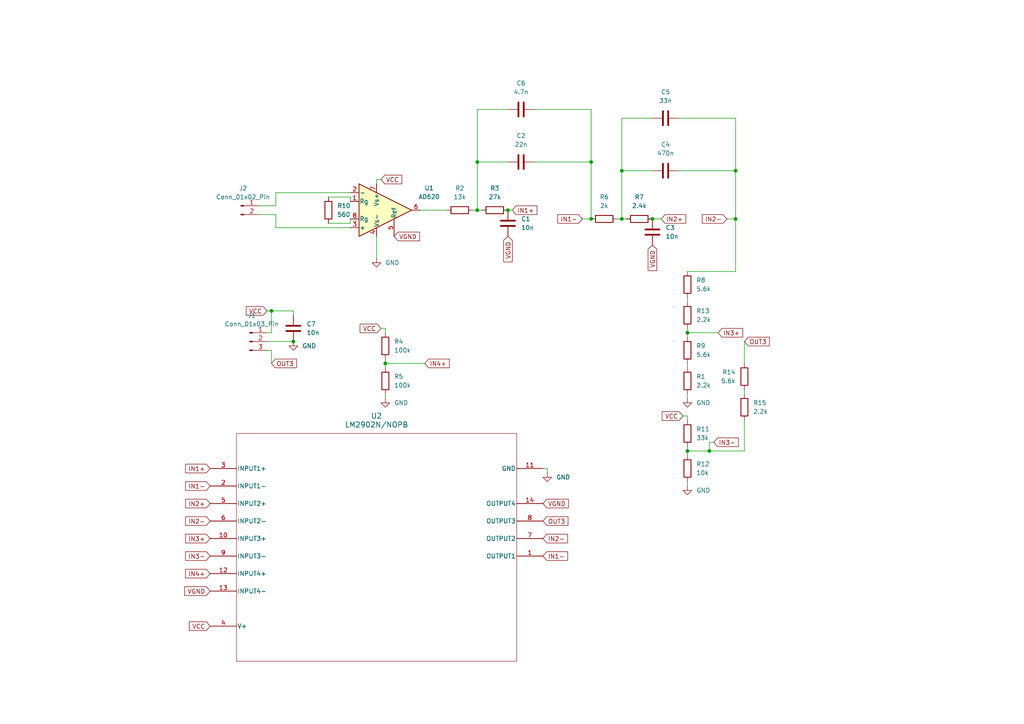
<source format=kicad_sch>
(kicad_sch (version 20250114) (generator "eeschema") (generator_version "9.0")
  (paper "A4")
  (lib_symbols
    (symbol "Amplifier_Instrumentation:AD620" (pin_names (offset 0.127))
      (property "Reference" "U" (at 3.81 7.62 0))
      (property "Value" "AD620" (at 5.08 5.08 0))
      (symbol "AD620_0_1"
        (polyline (pts (xy -7.62 7.62) (xy -7.62 -7.62) (xy 7.62 0) (xy -7.62 7.62)) (stroke (width 0.254)) (fill (type background)))
      )
      (symbol "AD620_1_1"
        (pin input line (at -10.16 5.08 0) (length 2.54) (name "-") (number "2"))
        (pin passive line (at -10.16 2.54 0) (length 2.54) (name "Rg") (number "1"))
        (pin passive line (at -10.16 -2.54 0) (length 2.54) (name "Rg") (number "8"))
        (pin input line (at -10.16 -5.08 0) (length 2.54) (name "+") (number "3"))
        (pin power_in line (at -2.54 7.62 270) (length 2.54) (name "Vs+") (number "7"))
        (pin power_in line (at -2.54 -7.62 90) (length 2.54) (name "Vs-") (number "4"))
        (pin passive line (at 2.54 -7.62 90) (length 5.08) (name "Ref") (number "5"))
        (pin output line (at 10.16 0 180) (length 2.54) (name "~") (number "6"))
      )
    )
    (symbol "Connector:Conn_01x02_Pin" (pin_names (offset 1.016) (hide yes))
      (property "Reference" "J" (at 0 2.54 0))
      (property "Value" "Conn_01x02_Pin" (at 0 -5.08 0))
      (symbol "Conn_01x02_Pin_1_1"
        (rectangle (start 0.8636 0.127) (end 0 -0.127) (stroke (width 0.1524)) (fill (type outline)))
        (rectangle (start 0.8636 -2.413) (end 0 -2.667) (stroke (width 0.1524)) (fill (type outline)))
        (polyline (pts (xy 1.27 0) (xy 0.8636 0)) (stroke (width 0.1524)))
        (polyline (pts (xy 1.27 -2.54) (xy 0.8636 -2.54)) (stroke (width 0.1524)))
        (pin passive line (at 5.08 0 180) (length 3.81) (name "Pin_1") (number "1"))
        (pin passive line (at 5.08 -2.54 180) (length 3.81) (name "Pin_2") (number "2"))
      )
    )
    (symbol "Connector:Conn_01x03_Pin" (pin_names (offset 1.016) (hide yes))
      (property "Reference" "J" (at 0 5.08 0))
      (property "Value" "Conn_01x03_Pin" (at 0 -5.08 0))
      (symbol "Conn_01x03_Pin_1_1"
        (rectangle (start 0.8636 2.667) (end 0 2.413) (stroke (width 0.1524)) (fill (type outline)))
        (rectangle (start 0.8636 0.127) (end 0 -0.127) (stroke (width 0.1524)) (fill (type outline)))
        (rectangle (start 0.8636 -2.413) (end 0 -2.667) (stroke (width 0.1524)) (fill (type outline)))
        (polyline (pts (xy 1.27 2.54) (xy 0.8636 2.54)) (stroke (width 0.1524)))
        (polyline (pts (xy 1.27 0) (xy 0.8636 0)) (stroke (width 0.1524)))
        (polyline (pts (xy 1.27 -2.54) (xy 0.8636 -2.54)) (stroke (width 0.1524)))
        (pin passive line (at 5.08 2.54 180) (length 3.81) (name "Pin_1") (number "1"))
        (pin passive line (at 5.08 0 180) (length 3.81) (name "Pin_2") (number "2"))
        (pin passive line (at 5.08 -2.54 180) (length 3.81) (name "Pin_3") (number "3"))
      )
    )
    (symbol "Device:C" (pin_numbers (hide yes)) (pin_names (offset 0.254))
      (property "Reference" "C" (at 0.635 2.54 0))
      (property "Value" "C" (at 0.635 -2.54 0))
      (symbol "C_0_1"
        (polyline (pts (xy -2.032 0.762) (xy 2.032 0.762)) (stroke (width 0.508)))
        (polyline (pts (xy -2.032 -0.762) (xy 2.032 -0.762)) (stroke (width 0.508)))
      )
      (symbol "C_1_1"
        (pin passive line (at 0 3.81 270) (length 2.794) (name "~") (number "1"))
        (pin passive line (at 0 -3.81 90) (length 2.794) (name "~") (number "2"))
      )
    )
    (symbol "Device:R" (pin_numbers (hide yes)) (pin_names (offset 0))
      (property "Reference" "R" (at 2.032 0 90))
      (property "Value" "R" (at 0 0 90))
      (symbol "R_0_1"
        (rectangle (start -1.016 -2.54) (end 1.016 2.54) (stroke (width 0.254)))
      )
      (symbol "R_1_1"
        (pin passive line (at 0 3.81 270) (length 1.27) (name "~") (number "1"))
        (pin passive line (at 0 -3.81 90) (length 1.27) (name "~") (number "2"))
      )
    )
    (symbol "LM2902N:LM2902N_NOPB" (pin_names (offset 0.254))
      (property "Reference" "U" (at 48.26 20.32 0))
      (property "Value" "LM2902N/NOPB" (at 48.26 15.24 0))
      (symbol "LM2902N_NOPB_0_1"
        (polyline (pts (xy 7.62 10.16) (xy 7.62 -55.88)) (stroke (width 0.127)))
        (polyline (pts (xy 7.62 -55.88) (xy 88.9 -55.88)) (stroke (width 0.127)))
        (polyline (pts (xy 88.9 10.16) (xy 7.62 10.16)) (stroke (width 0.127)))
        (polyline (pts (xy 88.9 -55.88) (xy 88.9 10.16)) (stroke (width 0.127)))
        (pin input line (at 0 0 0) (length 7.62) (name "INPUT1+") (number "3"))
        (pin input line (at 0 -5.08 0) (length 7.62) (name "INPUT1-") (number "2"))
        (pin input line (at 0 -10.16 0) (length 7.62) (name "INPUT2+") (number "5"))
        (pin input line (at 0 -15.24 0) (length 7.62) (name "INPUT2-") (number "6"))
        (pin input line (at 0 -20.32 0) (length 7.62) (name "INPUT3+") (number "10"))
        (pin input line (at 0 -25.4 0) (length 7.62) (name "INPUT3-") (number "9"))
        (pin input line (at 0 -30.48 0) (length 7.62) (name "INPUT4+") (number "12"))
        (pin input line (at 0 -35.56 0) (length 7.62) (name "INPUT4-") (number "13"))
        (pin power_in line (at 0 -45.72 0) (length 7.62) (name "V+") (number "4"))
        (pin power_in line (at 96.52 0 180) (length 7.62) (name "GND") (number "11"))
        (pin output line (at 96.52 -10.16 180) (length 7.62) (name "OUTPUT4") (number "14"))
        (pin output line (at 96.52 -15.24 180) (length 7.62) (name "OUTPUT3") (number "8"))
        (pin output line (at 96.52 -20.32 180) (length 7.62) (name "OUTPUT2") (number "7"))
        (pin output line (at 96.52 -25.4 180) (length 7.62) (name "OUTPUT1") (number "1"))
      )
    )
    (symbol "power:GND" (power) (pin_numbers (hide yes)) (pin_names (offset 0) (hide yes))
      (property "Value" "GND" (at 0 -3.81 0))
      (symbol "GND_0_1"
        (polyline (pts (xy 0 0) (xy 0 -1.27) (xy 1.27 -1.27) (xy 0 -2.54) (xy -1.27 -1.27) (xy 0 -1.27)))
      )
      (symbol "GND_1_1"
        (pin power_in line (at 0 0 270) (length 0) (name "~") (number "1"))
      )
    )
  )
  (junction (at 111.76 105.41))
  (junction (at 199.39 96.52))
  (junction (at 199.39 130.81))
  (junction (at 180.34 49.53))
  (junction (at 171.45 46.99))
  (junction (at 213.36 49.53))
  (junction (at 147.32 60.96))
  (junction (at 205.74 130.81))
  (junction (at 85.09 99.06))
  (junction (at 180.34 63.5))
  (junction (at 189.23 63.5))
  (junction (at 138.43 46.99))
  (junction (at 213.36 63.5))
  (junction (at 78.74 90.17))
  (junction (at 138.43 60.96))
  (junction (at 171.45 63.5))
  (wire (pts (xy 111.76 104.14) (xy 111.76 105.41)))
  (wire (pts (xy 199.39 139.7) (xy 199.39 140.97)))
  (wire (pts (xy 213.36 63.5) (xy 213.36 78.74)))
  (wire (pts (xy 199.39 130.81) (xy 199.39 132.08)))
  (wire (pts (xy 199.39 96.52) (xy 199.39 97.79)))
  (wire (pts (xy 196.85 49.53) (xy 213.36 49.53)))
  (wire (pts (xy 74.93 62.23) (xy 80.01 62.23)))
  (wire (pts (xy 147.32 31.75) (xy 138.43 31.75)))
  (wire (pts (xy 78.74 101.6) (xy 78.74 105.41)))
  (wire (pts (xy 154.94 31.75) (xy 171.45 31.75)))
  (wire (pts (xy 180.34 34.29) (xy 180.34 49.53)))
  (wire (pts (xy 77.47 96.52) (xy 78.74 96.52)))
  (wire (pts (xy 158.75 137.16) (xy 158.75 135.89)))
  (wire (pts (xy 101.6 64.77) (xy 101.6 63.5)))
  (wire (pts (xy 101.6 57.15) (xy 101.6 58.42)))
  (wire (pts (xy 147.32 46.99) (xy 138.43 46.99)))
  (wire (pts (xy 168.91 63.5) (xy 171.45 63.5)))
  (wire (pts (xy 129.54 60.96) (xy 121.92 60.96)))
  (wire (pts (xy 215.9 121.92) (xy 215.9 130.81)))
  (wire (pts (xy 80.01 62.23) (xy 80.01 66.04)))
  (wire (pts (xy 154.94 46.99) (xy 171.45 46.99)))
  (wire (pts (xy 215.9 105.41) (xy 215.9 99.06)))
  (wire (pts (xy 180.34 49.53) (xy 180.34 63.5)))
  (wire (pts (xy 196.85 34.29) (xy 213.36 34.29)))
  (wire (pts (xy 74.93 59.69) (xy 80.01 59.69)))
  (wire (pts (xy 80.01 55.88) (xy 101.6 55.88)))
  (wire (pts (xy 111.76 95.25) (xy 110.49 95.25)))
  (wire (pts (xy 77.47 90.17) (xy 78.74 90.17)))
  (wire (pts (xy 210.82 63.5) (xy 213.36 63.5)))
  (wire (pts (xy 191.77 63.5) (xy 189.23 63.5)))
  (wire (pts (xy 189.23 34.29) (xy 180.34 34.29)))
  (wire (pts (xy 213.36 34.29) (xy 213.36 49.53)))
  (wire (pts (xy 158.75 135.89) (xy 157.48 135.89)))
  (wire (pts (xy 198.12 120.65) (xy 199.39 120.65)))
  (wire (pts (xy 109.22 52.07) (xy 110.49 52.07)))
  (wire (pts (xy 138.43 60.96) (xy 137.16 60.96)))
  (wire (pts (xy 171.45 31.75) (xy 171.45 46.99)))
  (wire (pts (xy 199.39 87.63) (xy 199.39 86.36)))
  (wire (pts (xy 199.39 129.54) (xy 199.39 130.81)))
  (wire (pts (xy 205.74 130.81) (xy 199.39 130.81)))
  (wire (pts (xy 85.09 91.44) (xy 85.09 90.17)))
  (wire (pts (xy 199.39 78.74) (xy 213.36 78.74)))
  (wire (pts (xy 171.45 46.99) (xy 171.45 63.5)))
  (wire (pts (xy 78.74 90.17) (xy 85.09 90.17)))
  (wire (pts (xy 189.23 49.53) (xy 180.34 49.53)))
  (wire (pts (xy 205.74 130.81) (xy 215.9 130.81)))
  (wire (pts (xy 111.76 114.3) (xy 111.76 115.57)))
  (wire (pts (xy 148.59 60.96) (xy 147.32 60.96)))
  (wire (pts (xy 95.25 57.15) (xy 101.6 57.15)))
  (wire (pts (xy 111.76 105.41) (xy 123.19 105.41)))
  (wire (pts (xy 199.39 96.52) (xy 208.28 96.52)))
  (wire (pts (xy 111.76 96.52) (xy 111.76 95.25)))
  (wire (pts (xy 199.39 121.92) (xy 199.39 120.65)))
  (wire (pts (xy 109.22 68.58) (xy 109.22 74.93)))
  (wire (pts (xy 207.01 128.27) (xy 205.74 128.27)))
  (wire (pts (xy 138.43 31.75) (xy 138.43 46.99)))
  (wire (pts (xy 215.9 114.3) (xy 215.9 113.03)))
  (wire (pts (xy 77.47 99.06) (xy 85.09 99.06)))
  (wire (pts (xy 199.39 95.25) (xy 199.39 96.52)))
  (wire (pts (xy 109.22 52.07) (xy 109.22 53.34)))
  (wire (pts (xy 80.01 66.04) (xy 101.6 66.04)))
  (wire (pts (xy 180.34 63.5) (xy 179.07 63.5)))
  (wire (pts (xy 199.39 114.3) (xy 199.39 115.57)))
  (wire (pts (xy 181.61 63.5) (xy 180.34 63.5)))
  (wire (pts (xy 138.43 46.99) (xy 138.43 60.96)))
  (wire (pts (xy 205.74 128.27) (xy 205.74 130.81)))
  (wire (pts (xy 78.74 96.52) (xy 78.74 90.17)))
  (wire (pts (xy 199.39 106.68) (xy 199.39 105.41)))
  (wire (pts (xy 80.01 59.69) (xy 80.01 55.88)))
  (wire (pts (xy 111.76 105.41) (xy 111.76 106.68)))
  (wire (pts (xy 77.47 101.6) (xy 78.74 101.6)))
  (wire (pts (xy 139.7 60.96) (xy 138.43 60.96)))
  (wire (pts (xy 95.25 64.77) (xy 101.6 64.77)))
  (wire (pts (xy 213.36 49.53) (xy 213.36 63.5)))
  (global_label "IN3+" (shape input) (at 208.28 96.52 0) (property "Intersheetrefs" "${INTERSHEET_REFS}" (effects (hide yes))))
  (global_label "IN4+" (shape input) (at 123.19 105.41 0) (property "Intersheetrefs" "${INTERSHEET_REFS}" (effects (hide yes))))
  (global_label "IN3+" (shape input) (at 60.96 156.21 180) (property "Intersheetrefs" "${INTERSHEET_REFS}" (effects (hide yes))))
  (global_label "VCC" (shape input) (at 110.49 52.07 0) (property "Intersheetrefs" "${INTERSHEET_REFS}" (effects (hide yes))))
  (global_label "VGND" (shape input) (at 147.32 68.58 270) (property "Intersheetrefs" "${INTERSHEET_REFS}" (effects (hide yes))))
  (global_label "OUT3" (shape input) (at 157.48 151.13 0) (property "Intersheetrefs" "${INTERSHEET_REFS}" (effects (hide yes))))
  (global_label "VCC" (shape input) (at 77.47 90.17 180) (property "Intersheetrefs" "${INTERSHEET_REFS}" (effects (hide yes))))
  (global_label "IN2+" (shape input) (at 60.96 146.05 180) (property "Intersheetrefs" "${INTERSHEET_REFS}" (effects (hide yes))))
  (global_label "IN1+" (shape input) (at 148.59 60.96 0) (property "Intersheetrefs" "${INTERSHEET_REFS}" (effects (hide yes))))
  (global_label "IN1+" (shape input) (at 60.96 135.89 180) (property "Intersheetrefs" "${INTERSHEET_REFS}" (effects (hide yes))))
  (global_label "IN4+" (shape input) (at 60.96 166.37 180) (property "Intersheetrefs" "${INTERSHEET_REFS}" (effects (hide yes))))
  (global_label "VCC" (shape input) (at 198.12 120.65 180) (property "Intersheetrefs" "${INTERSHEET_REFS}" (effects (hide yes))))
  (global_label "IN2-" (shape input) (at 157.48 156.21 0) (property "Intersheetrefs" "${INTERSHEET_REFS}" (effects (hide yes))))
  (global_label "IN2-" (shape input) (at 60.96 151.13 180) (property "Intersheetrefs" "${INTERSHEET_REFS}" (effects (hide yes))))
  (global_label "OUT3" (shape input) (at 78.74 105.41 0) (property "Intersheetrefs" "${INTERSHEET_REFS}" (effects (hide yes))))
  (global_label "OUT3" (shape input) (at 215.9 99.06 0) (property "Intersheetrefs" "${INTERSHEET_REFS}" (effects (hide yes))))
  (global_label "IN1-" (shape input) (at 157.48 161.29 0) (property "Intersheetrefs" "${INTERSHEET_REFS}" (effects (hide yes))))
  (global_label "VCC" (shape input) (at 60.96 181.61 180) (property "Intersheetrefs" "${INTERSHEET_REFS}" (effects (hide yes))))
  (global_label "VGND" (shape input) (at 60.96 171.45 180) (property "Intersheetrefs" "${INTERSHEET_REFS}" (effects (hide yes))))
  (global_label "IN1-" (shape input) (at 168.91 63.5 180) (property "Intersheetrefs" "${INTERSHEET_REFS}" (effects (hide yes))))
  (global_label "IN2+" (shape input) (at 191.77 63.5 0) (property "Intersheetrefs" "${INTERSHEET_REFS}" (effects (hide yes))))
  (global_label "VCC" (shape input) (at 110.49 95.25 180) (property "Intersheetrefs" "${INTERSHEET_REFS}" (effects (hide yes))))
  (global_label "IN2-" (shape input) (at 210.82 63.5 180) (property "Intersheetrefs" "${INTERSHEET_REFS}" (effects (hide yes))))
  (global_label "VGND" (shape input) (at 114.3 68.58 0) (property "Intersheetrefs" "${INTERSHEET_REFS}" (effects (hide yes))))
  (global_label "IN1-" (shape input) (at 60.96 140.97 180) (property "Intersheetrefs" "${INTERSHEET_REFS}" (effects (hide yes))))
  (global_label "VGND" (shape input) (at 189.23 71.12 270) (property "Intersheetrefs" "${INTERSHEET_REFS}" (effects (hide yes))))
  (global_label "VGND" (shape input) (at 157.48 146.05 0) (property "Intersheetrefs" "${INTERSHEET_REFS}" (effects (hide yes))))
  (global_label "IN3-" (shape input) (at 207.01 128.27 0) (property "Intersheetrefs" "${INTERSHEET_REFS}" (effects (hide yes))))
  (global_label "IN3-" (shape input) (at 60.96 161.29 180) (property "Intersheetrefs" "${INTERSHEET_REFS}" (effects (hide yes))))
  (symbol (lib_id "Device:C") (at 193.04 34.29 270) (unit 1)
    (property "Reference" "C5" (at 193.04 26.67 90))
    (property "Value" "33n" (at 193.04 29.21 90))
    (property "Footprint" "Capacitor_THT:C_Disc_D5.0mm_W2.5mm_P2.50mm" (effects (hide yes)))
    (property "Description" "Unpolarized capacitor" (effects (hide yes)))
  )
  (symbol (lib_id "Device:R") (at 215.9 109.22 0) (mirror y) (unit 1)
    (property "Reference" "R14" (at 213.36 107.9499 0) (effects (justify left)))
    (property "Value" "5.6k" (at 213.36 110.4899 0) (effects (justify left)))
    (property "Footprint" "DAVID:R_hueco_grande" (effects (hide yes)))
    (property "Description" "Resistor" (effects (hide yes)))
  )
  (symbol (lib_id "Device:C") (at 151.13 46.99 270) (unit 1)
    (property "Reference" "C2" (at 151.13 39.37 90))
    (property "Value" "22n" (at 151.13 41.91 90))
    (property "Footprint" "Capacitor_THT:C_Disc_D5.0mm_W2.5mm_P2.50mm" (effects (hide yes)))
    (property "Description" "Unpolarized capacitor" (effects (hide yes)))
  )
  (symbol (lib_id "Device:R") (at 199.39 135.89 0) (unit 1)
    (property "Reference" "R12" (at 201.93 134.6199 0) (effects (justify left)))
    (property "Value" "10k" (at 201.93 137.1599 0) (effects (justify left)))
    (property "Footprint" "DAVID:R_hueco_grande" (effects (hide yes)))
    (property "Description" "Resistor" (effects (hide yes)))
  )
  (symbol (lib_id "Device:C") (at 85.09 95.25 0) (unit 1)
    (property "Reference" "C7" (at 88.9 93.9799 0) (effects (justify left)))
    (property "Value" "10n" (at 88.9 96.5199 0) (effects (justify left)))
    (property "Footprint" "Capacitor_THT:C_Disc_D5.0mm_W2.5mm_P2.50mm" (effects (hide yes)))
    (property "Description" "Unpolarized capacitor" (effects (hide yes)))
  )
  (symbol (lib_id "Device:R") (at 199.39 91.44 0) (unit 1)
    (property "Reference" "R13" (at 201.93 90.1699 0) (effects (justify left)))
    (property "Value" "2.2k" (at 201.93 92.7099 0) (effects (justify left)))
    (property "Footprint" "DAVID:R_hueco_grande" (effects (hide yes)))
    (property "Description" "Resistor" (effects (hide yes)))
  )
  (symbol (lib_id "Device:C") (at 147.32 64.77 0) (unit 1)
    (property "Reference" "C1" (at 151.13 63.4999 0) (effects (justify left)))
    (property "Value" "10n" (at 151.13 66.0399 0) (effects (justify left)))
    (property "Footprint" "Capacitor_THT:C_Disc_D5.0mm_W2.5mm_P2.50mm" (effects (hide yes)))
    (property "Description" "Unpolarized capacitor" (effects (hide yes)))
  )
  (symbol (lib_id "LM2902N:LM2902N_NOPB") (at 60.96 135.89 0) (unit 1)
    (property "Reference" "U2" (at 109.22 120.65 0) (effects (font (size 1.524 1.524))))
    (property "Value" "LM2902N/NOPB" (at 109.22 123.19 0) (effects (font (size 1.524 1.524))))
    (property "Footprint" "LM2902N:NFF_14" (effects (hide yes)))
    (property "Datasheet" "https://www.ti.com/lit/gpn/lm2902-n" (effects (hide yes)))
  )
  (symbol (lib_id "Device:R") (at 199.39 101.6 0) (unit 1)
    (property "Reference" "R9" (at 201.93 100.3299 0) (effects (justify left)))
    (property "Value" "5.6k" (at 201.93 102.8699 0) (effects (justify left)))
    (property "Footprint" "DAVID:R_hueco_grande" (effects (hide yes)))
    (property "Description" "Resistor" (effects (hide yes)))
  )
  (symbol (lib_id "Device:R") (at 199.39 125.73 0) (unit 1)
    (property "Reference" "R11" (at 201.93 124.4599 0) (effects (justify left)))
    (property "Value" "33k" (at 201.93 126.9999 0) (effects (justify left)))
    (property "Footprint" "DAVID:R_hueco_grande" (effects (hide yes)))
    (property "Description" "Resistor" (effects (hide yes)))
  )
  (symbol (lib_id "Device:R") (at 111.76 110.49 0) (unit 1)
    (property "Reference" "R5" (at 114.3 109.2199 0) (effects (justify left)))
    (property "Value" "100k" (at 114.3 111.7599 0) (effects (justify left)))
    (property "Footprint" "DAVID:R_hueco_grande" (effects (hide yes)))
    (property "Description" "Resistor" (effects (hide yes)))
  )
  (symbol (lib_id "Device:R") (at 133.35 60.96 270) (unit 1)
    (property "Reference" "R2" (at 133.35 54.61 90))
    (property "Value" "13k" (at 133.35 57.15 90))
    (property "Footprint" "DAVID:R_hueco_grande" (effects (hide yes)))
    (property "Description" "Resistor" (effects (hide yes)))
  )
  (symbol (lib_id "Device:C") (at 151.13 31.75 270) (unit 1)
    (property "Reference" "C6" (at 151.13 24.13 90))
    (property "Value" "4.7n" (at 151.13 26.67 90))
    (property "Footprint" "Capacitor_THT:C_Disc_D5.0mm_W2.5mm_P2.50mm" (effects (hide yes)))
    (property "Description" "Unpolarized capacitor" (effects (hide yes)))
  )
  (symbol (lib_id "power:GND") (at 158.75 137.16 0) (unit 1)
    (property "Reference" "#PWR03" (effects (hide yes)))
    (property "Value" "GND" (at 161.29 138.4299 0) (effects (justify left)))
    (property "Description" "Power symbol creates a global label with name \"GND\" , ground" (effects (hide yes)))
  )
  (symbol (lib_id "Device:R") (at 143.51 60.96 270) (unit 1)
    (property "Reference" "R3" (at 143.51 54.61 90))
    (property "Value" "27k" (at 143.51 57.15 90))
    (property "Footprint" "DAVID:R_hueco_grande" (effects (hide yes)))
    (property "Description" "Resistor" (effects (hide yes)))
  )
  (symbol (lib_id "Device:C") (at 193.04 49.53 270) (unit 1)
    (property "Reference" "C4" (at 193.04 41.91 90))
    (property "Value" "470n" (at 193.04 44.45 90))
    (property "Footprint" "Capacitor_THT:C_Disc_D11.0mm_W5.0mm_P10.00mm" (effects (hide yes)))
    (property "Description" "Unpolarized capacitor" (effects (hide yes)))
  )
  (symbol (lib_id "power:GND") (at 109.22 74.93 0) (unit 1)
    (property "Reference" "#PWR02" (effects (hide yes)))
    (property "Value" "GND" (at 111.76 76.1999 0) (effects (justify left)))
    (property "Description" "Power symbol creates a global label with name \"GND\" , ground" (effects (hide yes)))
  )
  (symbol (lib_id "Device:R") (at 199.39 82.55 0) (unit 1)
    (property "Reference" "R8" (at 201.93 81.2799 0) (effects (justify left)))
    (property "Value" "5.6k" (at 201.93 83.8199 0) (effects (justify left)))
    (property "Footprint" "DAVID:R_hueco_grande" (effects (hide yes)))
    (property "Description" "Resistor" (effects (hide yes)))
  )
  (symbol (lib_id "power:GND") (at 199.39 115.57 0) (unit 1)
    (property "Reference" "#PWR06" (effects (hide yes)))
    (property "Value" "GND" (at 201.93 116.8399 0) (effects (justify left)))
    (property "Description" "Power symbol creates a global label with name \"GND\" , ground" (effects (hide yes)))
  )
  (symbol (lib_id "Connector:Conn_01x02_Pin") (at 69.85 59.69 0) (unit 1)
    (property "Reference" "J2" (at 70.485 54.61 0))
    (property "Value" "Conn_01x02_Pin" (at 70.485 57.15 0))
    (property "Footprint" "Connector_Wire:SolderWire-0.1sqmm_1x02_P3.6mm_D0.4mm_OD1mm_Relief" (effects (hide yes)))
    (property "Description" "Generic connector, single row, 01x02, script generated" (effects (hide yes)))
  )
  (symbol (lib_id "Device:R") (at 95.25 60.96 0) (unit 1)
    (property "Reference" "R10" (at 97.79 59.6899 0) (effects (justify left)))
    (property "Value" "560" (at 97.79 62.2299 0) (effects (justify left)))
    (property "Footprint" "DAVID:R_hueco_grande" (effects (hide yes)))
    (property "Description" "Resistor" (effects (hide yes)))
  )
  (symbol (lib_id "Connector:Conn_01x03_Pin") (at 72.39 99.06 0) (unit 1)
    (property "Reference" "J1" (at 73.025 91.44 0))
    (property "Value" "Conn_01x03_Pin" (at 73.025 93.98 0))
    (property "Footprint" "Connector_Wire:SolderWire-0.1sqmm_1x03_P3.6mm_D0.4mm_OD1mm_Relief" (effects (hide yes)))
    (property "Description" "Generic connector, single row, 01x03, script generated" (effects (hide yes)))
  )
  (symbol (lib_id "power:GND") (at 111.76 115.57 0) (unit 1)
    (property "Reference" "#PWR04" (effects (hide yes)))
    (property "Value" "GND" (at 114.3 116.8399 0) (effects (justify left)))
    (property "Description" "Power symbol creates a global label with name \"GND\" , ground" (effects (hide yes)))
  )
  (symbol (lib_id "power:GND") (at 199.39 140.97 0) (unit 1)
    (property "Reference" "#PWR07" (effects (hide yes)))
    (property "Value" "GND" (at 201.93 142.2399 0) (effects (justify left)))
    (property "Description" "Power symbol creates a global label with name \"GND\" , ground" (effects (hide yes)))
  )
  (symbol (lib_id "Device:R") (at 111.76 100.33 0) (unit 1)
    (property "Reference" "R4" (at 114.3 99.0599 0) (effects (justify left)))
    (property "Value" "100k" (at 114.3 101.5999 0) (effects (justify left)))
    (property "Footprint" "DAVID:R_hueco_grande" (effects (hide yes)))
    (property "Description" "Resistor" (effects (hide yes)))
  )
  (symbol (lib_id "Device:R") (at 175.26 63.5 270) (unit 1)
    (property "Reference" "R6" (at 175.26 57.15 90))
    (property "Value" "2k" (at 175.26 59.69 90))
    (property "Footprint" "DAVID:R_hueco_grande" (effects (hide yes)))
    (property "Description" "Resistor" (effects (hide yes)))
  )
  (symbol (lib_id "Device:R") (at 185.42 63.5 270) (unit 1)
    (property "Reference" "R7" (at 185.42 57.15 90))
    (property "Value" "2.4k" (at 185.42 59.69 90))
    (property "Footprint" "DAVID:R_hueco_grande" (effects (hide yes)))
    (property "Description" "Resistor" (effects (hide yes)))
  )
  (symbol (lib_id "Device:R") (at 199.39 110.49 0) (unit 1)
    (property "Reference" "R1" (at 201.93 109.2199 0) (effects (justify left)))
    (property "Value" "2.2k" (at 201.93 111.7599 0) (effects (justify left)))
    (property "Footprint" "DAVID:R_hueco_grande" (effects (hide yes)))
    (property "Description" "Resistor" (effects (hide yes)))
  )
  (symbol (lib_id "Device:R") (at 215.9 118.11 0) (unit 1)
    (property "Reference" "R15" (at 218.44 116.8399 0) (effects (justify left)))
    (property "Value" "2.2k" (at 218.44 119.3799 0) (effects (justify left)))
    (property "Footprint" "DAVID:R_hueco_grande" (effects (hide yes)))
    (property "Description" "Resistor" (effects (hide yes)))
  )
  (symbol (lib_id "power:GND") (at 85.09 99.06 0) (unit 1)
    (property "Reference" "#PWR01" (effects (hide yes)))
    (property "Value" "GND" (at 87.63 100.3299 0) (effects (justify left)))
    (property "Description" "Power symbol creates a global label with name \"GND\" , ground" (effects (hide yes)))
  )
  (symbol (lib_id "Amplifier_Instrumentation:AD620") (at 111.76 60.96 0) (unit 1)
    (property "Reference" "U1" (at 124.46 54.5398 0))
    (property "Value" "AD620" (at 124.46 57.0798 0))
    (property "Footprint" "Package_DIP:DIP-8_W7.62mm_Socket" (effects (hide yes)))
    (property "Datasheet" "https://www.analog.com/media/en/technical-documentation/data-sheets/AD620.pdf" (effects (hide yes)))
    (property "Description" "Low Cost, Low Power, Instrumentation Amplifier, DIP-8/SOIC-8" (effects (hide yes)))
  )
  (symbol (lib_id "Device:C") (at 189.23 67.31 0) (unit 1)
    (property "Reference" "C3" (at 193.04 66.0399 0) (effects (justify left)))
    (property "Value" "10n" (at 193.04 68.5799 0) (effects (justify left)))
    (property "Footprint" "Capacitor_THT:C_Disc_D5.0mm_W2.5mm_P2.50mm" (effects (hide yes)))
    (property "Description" "Unpolarized capacitor" (effects (hide yes)))
  )
)
</source>
